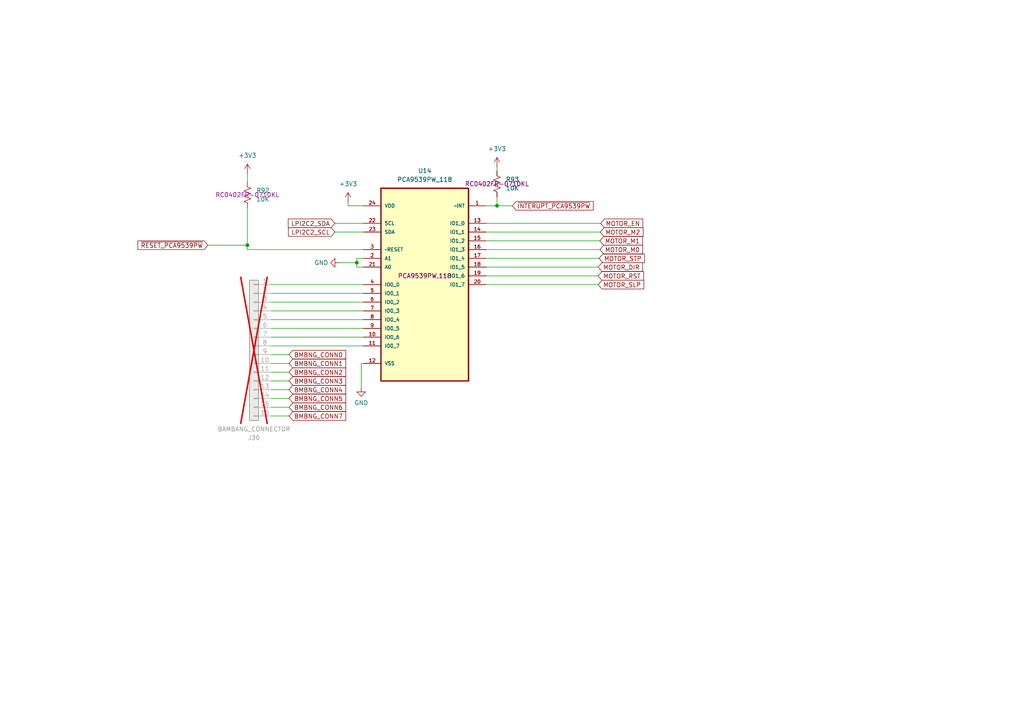
<source format=kicad_sch>
(kicad_sch (version 20250114) (generator "eeschema") (generator_version "9.0")
  (paper "A4")
  (lib_symbols
    (symbol "Connector_Generic:Conn_01x16" (pin_names (offset 1.016) (hide yes))
      (property "Reference" "J" (at 0 20.32 0))
      (property "Value" "Conn_01x16" (at 0 -22.86 0))
      (symbol "Conn_01x16_1_1"
        (rectangle (start -1.27 19.05) (end 1.27 -21.59) (stroke (width 0.254)) (fill (type background)))
        (rectangle (start -1.27 17.907) (end 0 17.653) (stroke (width 0.1524)))
        (rectangle (start -1.27 15.367) (end 0 15.113) (stroke (width 0.1524)))
        (rectangle (start -1.27 12.827) (end 0 12.573) (stroke (width 0.1524)))
        (rectangle (start -1.27 10.287) (end 0 10.033) (stroke (width 0.1524)))
        (rectangle (start -1.27 7.747) (end 0 7.493) (stroke (width 0.1524)))
        (rectangle (start -1.27 5.207) (end 0 4.953) (stroke (width 0.1524)))
        (rectangle (start -1.27 2.667) (end 0 2.413) (stroke (width 0.1524)))
        (rectangle (start -1.27 0.127) (end 0 -0.127) (stroke (width 0.1524)))
        (rectangle (start -1.27 -2.413) (end 0 -2.667) (stroke (width 0.1524)))
        (rectangle (start -1.27 -4.953) (end 0 -5.207) (stroke (width 0.1524)))
        (rectangle (start -1.27 -7.493) (end 0 -7.747) (stroke (width 0.1524)))
        (rectangle (start -1.27 -10.033) (end 0 -10.287) (stroke (width 0.1524)))
        (rectangle (start -1.27 -12.573) (end 0 -12.827) (stroke (width 0.1524)))
        (rectangle (start -1.27 -15.113) (end 0 -15.367) (stroke (width 0.1524)))
        (rectangle (start -1.27 -17.653) (end 0 -17.907) (stroke (width 0.1524)))
        (rectangle (start -1.27 -20.193) (end 0 -20.447) (stroke (width 0.1524)))
        (pin passive line (at -5.08 17.78 0) (length 3.81) (name "Pin_1") (number "1"))
        (pin passive line (at -5.08 15.24 0) (length 3.81) (name "Pin_2") (number "2"))
        (pin passive line (at -5.08 12.7 0) (length 3.81) (name "Pin_3") (number "3"))
        (pin passive line (at -5.08 10.16 0) (length 3.81) (name "Pin_4") (number "4"))
        (pin passive line (at -5.08 7.62 0) (length 3.81) (name "Pin_5") (number "5"))
        (pin passive line (at -5.08 5.08 0) (length 3.81) (name "Pin_6") (number "6"))
        (pin passive line (at -5.08 2.54 0) (length 3.81) (name "Pin_7") (number "7"))
        (pin passive line (at -5.08 0 0) (length 3.81) (name "Pin_8") (number "8"))
        (pin passive line (at -5.08 -2.54 0) (length 3.81) (name "Pin_9") (number "9"))
        (pin passive line (at -5.08 -5.08 0) (length 3.81) (name "Pin_10") (number "10"))
        (pin passive line (at -5.08 -7.62 0) (length 3.81) (name "Pin_11") (number "11"))
        (pin passive line (at -5.08 -10.16 0) (length 3.81) (name "Pin_12") (number "12"))
        (pin passive line (at -5.08 -12.7 0) (length 3.81) (name "Pin_13") (number "13"))
        (pin passive line (at -5.08 -15.24 0) (length 3.81) (name "Pin_14") (number "14"))
        (pin passive line (at -5.08 -17.78 0) (length 3.81) (name "Pin_15") (number "15"))
        (pin passive line (at -5.08 -20.32 0) (length 3.81) (name "Pin_16") (number "16"))
      )
    )
    (symbol "Device:R_US" (pin_numbers (hide yes)) (pin_names (offset 0))
      (property "Reference" "R" (at 2.54 0 90))
      (property "Value" "R_US" (at -2.54 0 90))
      (symbol "R_US_0_1"
        (polyline (pts (xy 0 2.286) (xy 0 2.54)))
        (polyline (pts (xy 0 2.286) (xy 1.016 1.905) (xy 0 1.524) (xy -1.016 1.143) (xy 0 0.762)))
        (polyline (pts (xy 0 0.762) (xy 1.016 0.381) (xy 0 0) (xy -1.016 -0.381) (xy 0 -0.762)))
        (polyline (pts (xy 0 -0.762) (xy 1.016 -1.143) (xy 0 -1.524) (xy -1.016 -1.905) (xy 0 -2.286)))
        (polyline (pts (xy 0 -2.286) (xy 0 -2.54)))
      )
      (symbol "R_US_1_1"
        (pin passive line (at 0 3.81 270) (length 1.27) (name "~") (number "1"))
        (pin passive line (at 0 -3.81 90) (length 1.27) (name "~") (number "2"))
      )
    )
    (symbol "PCA9539PW_118:PCA9539PW_118" (pin_names (offset 1.016))
      (property "Reference" "U" (at -5.4865 28.2199 0))
      (property "Value" "PCA9539PW_118" (at -3.3818 -34.86 0))
      (symbol "PCA9539PW_118_0_0"
        (rectangle (start -12.7 -30.48) (end 12.7 25.4) (stroke (width 0.4064)) (fill (type background)))
        (pin power_in line (at -17.78 20.32 0) (length 5.08) (name "VDD") (number "24"))
        (pin input line (at -17.78 15.24 0) (length 5.08) (name "SCL") (number "22"))
        (pin bidirectional line (at -17.78 12.7 0) (length 5.08) (name "SDA") (number "23"))
        (pin input line (at -17.78 7.62 0) (length 5.08) (name "~RESET") (number "3"))
        (pin input line (at -17.78 5.08 0) (length 5.08) (name "A1") (number "2"))
        (pin input line (at -17.78 2.54 0) (length 5.08) (name "A0") (number "21"))
        (pin bidirectional line (at -17.78 -2.54 0) (length 5.08) (name "IO0_0") (number "4"))
        (pin bidirectional line (at -17.78 -5.08 0) (length 5.08) (name "IO0_1") (number "5"))
        (pin bidirectional line (at -17.78 -7.62 0) (length 5.08) (name "IO0_2") (number "6"))
        (pin bidirectional line (at -17.78 -10.16 0) (length 5.08) (name "IO0_3") (number "7"))
        (pin bidirectional line (at -17.78 -12.7 0) (length 5.08) (name "IO0_4") (number "8"))
        (pin bidirectional line (at -17.78 -15.24 0) (length 5.08) (name "IO0_5") (number "9"))
        (pin bidirectional line (at -17.78 -17.78 0) (length 5.08) (name "IO0_6") (number "10"))
        (pin bidirectional line (at -17.78 -20.32 0) (length 5.08) (name "IO0_7") (number "11"))
        (pin passive line (at -17.78 -25.4 0) (length 5.08) (name "VSS") (number "12"))
        (pin output line (at 17.78 20.32 180) (length 5.08) (name "~INT") (number "1"))
        (pin bidirectional line (at 17.78 15.24 180) (length 5.08) (name "IO1_0") (number "13"))
        (pin bidirectional line (at 17.78 12.7 180) (length 5.08) (name "IO1_1") (number "14"))
        (pin bidirectional line (at 17.78 10.16 180) (length 5.08) (name "IO1_2") (number "15"))
        (pin bidirectional line (at 17.78 7.62 180) (length 5.08) (name "IO1_3") (number "16"))
        (pin bidirectional line (at 17.78 5.08 180) (length 5.08) (name "IO1_4") (number "17"))
        (pin bidirectional line (at 17.78 2.54 180) (length 5.08) (name "IO1_5") (number "18"))
        (pin bidirectional line (at 17.78 0 180) (length 5.08) (name "IO1_6") (number "19"))
        (pin bidirectional line (at 17.78 -2.54 180) (length 5.08) (name "IO1_7") (number "20"))
      )
    )
    (symbol "power:+3V3" (power) (pin_numbers (hide yes)) (pin_names (offset 0) (hide yes))
      (property "Value" "+3V3" (at 0 3.556 0))
      (symbol "+3V3_0_1"
        (polyline (pts (xy -0.762 1.27) (xy 0 2.54)))
        (polyline (pts (xy 0 2.54) (xy 0.762 1.27)))
        (polyline (pts (xy 0 0) (xy 0 2.54)))
      )
      (symbol "+3V3_1_1"
        (pin power_in line (at 0 0 90) (length 0) (name "~") (number "1"))
      )
    )
    (symbol "power:GND" (power) (pin_numbers (hide yes)) (pin_names (offset 0) (hide yes))
      (property "Value" "GND" (at 0 -3.81 0))
      (symbol "GND_0_1"
        (polyline (pts (xy 0 0) (xy 0 -1.27) (xy 1.27 -1.27) (xy 0 -2.54) (xy -1.27 -1.27) (xy 0 -1.27)))
      )
      (symbol "GND_1_1"
        (pin power_in line (at 0 0 270) (length 0) (name "~") (number "1"))
      )
    )
  )
  (junction (at 103.4973 76.2))
  (junction (at 71.755 71.12))
  (junction (at 144.145 59.69))
  (wire (pts (xy 78.74 100.33) (xy 105.41 100.33)))
  (wire (pts (xy 78.74 82.55) (xy 105.41 82.55)))
  (wire (pts (xy 97.155 67.31) (xy 105.41 67.31)))
  (wire (pts (xy 140.97 64.77) (xy 174.2153 64.77)))
  (wire (pts (xy 144.145 48.26) (xy 144.145 49.53)))
  (wire (pts (xy 140.97 74.93) (xy 173.736 74.93)))
  (wire (pts (xy 78.74 118.11) (xy 83.82 118.11)))
  (wire (pts (xy 105.41 72.39) (xy 71.755 72.39)))
  (wire (pts (xy 60.325 71.12) (xy 71.755 71.12)))
  (wire (pts (xy 140.97 72.39) (xy 173.99 72.39)))
  (wire (pts (xy 140.97 77.47) (xy 173.482 77.47)))
  (wire (pts (xy 104.775 105.41) (xy 104.775 112.395)))
  (wire (pts (xy 105.41 74.93) (xy 103.4973 74.93)))
  (wire (pts (xy 100.965 58.42) (xy 100.965 59.69)))
  (wire (pts (xy 140.97 69.85) (xy 173.99 69.85)))
  (wire (pts (xy 78.74 97.79) (xy 105.41 97.79)))
  (wire (pts (xy 71.755 72.39) (xy 71.755 71.12)))
  (wire (pts (xy 71.755 71.12) (xy 71.755 60.325)))
  (wire (pts (xy 105.41 105.41) (xy 104.775 105.41)))
  (wire (pts (xy 71.755 50.165) (xy 71.755 52.705)))
  (wire (pts (xy 140.97 82.55) (xy 173.482 82.55)))
  (wire (pts (xy 103.4973 77.47) (xy 105.41 77.47)))
  (wire (pts (xy 103.4973 74.93) (xy 103.4973 76.2)))
  (wire (pts (xy 78.74 92.71) (xy 105.41 92.71)))
  (wire (pts (xy 97.155 64.77) (xy 105.41 64.77)))
  (wire (pts (xy 140.97 67.31) (xy 174.1081 67.31)))
  (wire (pts (xy 144.145 59.69) (xy 148.59 59.69)))
  (wire (pts (xy 100.965 59.69) (xy 105.41 59.69)))
  (wire (pts (xy 78.74 102.87) (xy 83.82 102.87)))
  (wire (pts (xy 140.97 59.69) (xy 144.145 59.69)))
  (wire (pts (xy 78.74 90.17) (xy 105.41 90.17)))
  (wire (pts (xy 78.74 87.63) (xy 105.41 87.63)))
  (wire (pts (xy 78.74 110.49) (xy 83.82 110.49)))
  (wire (pts (xy 140.97 80.01) (xy 173.482 80.01)))
  (wire (pts (xy 103.4973 76.2) (xy 103.4973 77.47)))
  (wire (pts (xy 78.74 120.65) (xy 83.82 120.65)))
  (wire (pts (xy 78.74 107.95) (xy 83.82 107.95)))
  (wire (pts (xy 98.425 76.2) (xy 103.4973 76.2)))
  (wire (pts (xy 78.74 113.03) (xy 83.82 113.03)))
  (wire (pts (xy 78.74 105.41) (xy 83.82 105.41)))
  (wire (pts (xy 78.74 85.09) (xy 105.41 85.09)))
  (wire (pts (xy 144.145 57.15) (xy 144.145 59.69)))
  (wire (pts (xy 78.74 95.25) (xy 105.41 95.25)))
  (wire (pts (xy 78.74 115.57) (xy 83.82 115.57)))
  (global_label "BMBNG_CONN7" (shape input) (at 83.82 120.65 0) (property "Intersheetrefs" "${INTERSHEET_REFS}" (effects (hide yes))))
  (global_label "MOTOR_STP" (shape input) (at 173.736 74.93 0) (property "Intersheetrefs" "${INTERSHEET_REFS}" (effects (hide yes))))
  (global_label "BMBNG_CONN2" (shape input) (at 83.82 107.95 0) (property "Intersheetrefs" "${INTERSHEET_REFS}" (effects (hide yes))))
  (global_label "MOTOR_M1" (shape input) (at 173.99 69.85 0) (property "Intersheetrefs" "${INTERSHEET_REFS}" (effects (hide yes))))
  (global_label "~{INTERUPT_PCA9539PW}" (shape input) (at 148.59 59.69 0) (property "Intersheetrefs" "${INTERSHEET_REFS}" (effects (hide yes))))
  (global_label "BMBNG_CONN5" (shape input) (at 83.82 115.57 0) (property "Intersheetrefs" "${INTERSHEET_REFS}" (effects (hide yes))))
  (global_label "BMBNG_CONN0" (shape input) (at 83.82 102.87 0) (property "Intersheetrefs" "${INTERSHEET_REFS}" (effects (hide yes))))
  (global_label "BMBNG_CONN4" (shape input) (at 83.82 113.03 0) (property "Intersheetrefs" "${INTERSHEET_REFS}" (effects (hide yes))))
  (global_label "MOTOR_M0" (shape input) (at 173.99 72.39 0) (property "Intersheetrefs" "${INTERSHEET_REFS}" (effects (hide yes))))
  (global_label "BMBNG_CONN6" (shape input) (at 83.82 118.11 0) (property "Intersheetrefs" "${INTERSHEET_REFS}" (effects (hide yes))))
  (global_label "~{RESET_PCA9539PW}" (shape input) (at 60.325 71.12 180) (property "Intersheetrefs" "${INTERSHEET_REFS}" (effects (hide yes))))
  (global_label "LPI2C2_SCL" (shape input) (at 97.155 67.31 180) (property "Intersheetrefs" "${INTERSHEET_REFS}" (effects (hide yes))))
  (global_label "BMBNG_CONN1" (shape input) (at 83.82 105.41 0) (property "Intersheetrefs" "${INTERSHEET_REFS}" (effects (hide yes))))
  (global_label "MOTOR_DIR" (shape input) (at 173.482 77.47 0) (property "Intersheetrefs" "${INTERSHEET_REFS}" (effects (hide yes))))
  (global_label "LPI2C2_SDA" (shape input) (at 97.155 64.77 180) (property "Intersheetrefs" "${INTERSHEET_REFS}" (effects (hide yes))))
  (global_label "MOTOR_M2" (shape input) (at 174.1081 67.31 0) (property "Intersheetrefs" "${INTERSHEET_REFS}" (effects (hide yes))))
  (global_label "MOTOR_SLP" (shape input) (at 173.482 82.55 0) (property "Intersheetrefs" "${INTERSHEET_REFS}" (effects (hide yes))))
  (global_label "BMBNG_CONN3" (shape input) (at 83.82 110.49 0) (property "Intersheetrefs" "${INTERSHEET_REFS}" (effects (hide yes))))
  (global_label "MOTOR_EN" (shape input) (at 174.2153 64.77 0) (property "Intersheetrefs" "${INTERSHEET_REFS}" (effects (hide yes))))
  (global_label "MOTOR_RST" (shape input) (at 173.482 80.01 0) (property "Intersheetrefs" "${INTERSHEET_REFS}" (effects (hide yes))))
  (symbol (lib_id "power:GND") (at 98.425 76.2 270) (unit 1)
    (property "Reference" "#PWR0142" (effects (hide yes)))
    (property "Value" "GND" (at 95.25 76.1999 90) (effects (justify right)))
    (property "Description" "Power symbol creates a global label with name \"GND\" , ground" (effects (hide yes)))
  )
  (symbol (lib_id "power:GND") (at 104.775 112.395 0) (unit 1)
    (property "Reference" "#PWR0144" (effects (hide yes)))
    (property "Value" "GND" (at 104.775 116.84 0))
    (property "Description" "Power symbol creates a global label with name \"GND\" , ground" (effects (hide yes)))
  )
  (symbol (lib_id "Device:R_US") (at 144.145 53.34 0) (unit 1)
    (property "Reference" "R93" (at 146.685 52.0699 0) (effects (justify left)))
    (property "Value" "10K" (at 146.685 54.6099 0) (effects (justify left)))
    (property "Footprint" "Resistor_SMD:R_0402_1005Metric" (effects (hide yes)))
    (property "Description" "Resistor, US symbol" (effects (hide yes)))
    (property "Manufacturer_Part_Number" "RC0402FR-0710KL" (at 144.145 53.34 0))
  )
  (symbol (lib_id "Connector_Generic:Conn_01x16") (at 73.66 100.33 0) (mirror y) (unit 1) (dnp yes)
    (property "Reference" "J30" (at 73.66 127 0))
    (property "Value" "BAMBANG_CONNECTOR" (at 73.66 124.46 0))
    (property "Footprint" "Connector_PinHeader_2.54mm:PinHeader_1x16_P2.54mm_Vertical" (effects (hide yes)))
    (property "Description" "Generic connector, single row, 01x16, script generated (kicad-library-utils/schlib/autogen/connector/)" (effects (hide yes)))
  )
  (symbol (lib_id "power:+3V3") (at 100.965 58.42 0) (unit 1)
    (property "Reference" "#PWR0143" (effects (hide yes)))
    (property "Value" "+3V3" (at 100.965 53.34 0))
    (property "Description" "Power symbol creates a global label with name \"+3V3\"" (effects (hide yes)))
  )
  (symbol (lib_id "power:+3V3") (at 144.145 48.26 0) (unit 1)
    (property "Reference" "#PWR0145" (effects (hide yes)))
    (property "Value" "+3V3" (at 144.145 43.18 0))
    (property "Description" "Power symbol creates a global label with name \"+3V3\"" (effects (hide yes)))
  )
  (symbol (lib_id "power:+3V3") (at 71.755 50.165 0) (unit 1)
    (property "Reference" "#PWR0141" (effects (hide yes)))
    (property "Value" "+3V3" (at 71.755 45.085 0))
    (property "Description" "Power symbol creates a global label with name \"+3V3\"" (effects (hide yes)))
  )
  (symbol (lib_id "PCA9539PW_118:PCA9539PW_118") (at 123.19 80.01 0) (unit 1)
    (property "Reference" "U14" (at 123.19 49.53 0))
    (property "Value" "PCA9539PW_118" (at 123.19 52.07 0))
    (property "Footprint" "footprints:SOP65P640X110-24N" (effects (hide yes)))
    (property "MF" "NXP Semiconductors" (effects (hide yes)))
    (property "Description_1" "I/O Expander 16 I2C, SMBus 400 kHz 24-TSSOP" (effects (hide yes)))
    (property "PACKAGE" "TSSOP-24" (effects (hide yes)))
    (property "MPN" "PCA9539PW,118" (effects (hide yes)))
    (property "Price" "None" (effects (hide yes)))
    (property "Package" "TSSOP-24 NXP Semiconductors" (effects (hide yes)))
    (property "OC_FARNELL" "1831205" (effects (hide yes)))
    (property "SnapEDA_Link" "https://www.snapeda.com/parts/PCA9539PW,118/NXP+Semiconductors/view-part/?ref=snap" (effects (hide yes)))
    (property "MP" "PCA9539PW,118" (effects (hide yes)))
    (property "SUPPLIER" "NXP" (effects (hide yes)))
    (property "OC_NEWARK" "70R6557" (effects (hide yes)))
    (property "Availability" "In Stock" (effects (hide yes)))
    (property "Check_prices" "https://www.snapeda.com/parts/PCA9539PW,118/NXP+Semiconductors/view-part/?ref=eda" (effects (hide yes)))
    (property "Manufacturer_Part_Number" "PCA9539PW,118" (at 123.19 80.01 0))
  )
  (symbol (lib_id "Device:R_US") (at 71.755 56.515 0) (unit 1)
    (property "Reference" "R92" (at 74.295 55.2449 0) (effects (justify left)))
    (property "Value" "10K" (at 74.295 57.7849 0) (effects (justify left)))
    (property "Footprint" "Resistor_SMD:R_0402_1005Metric" (effects (hide yes)))
    (property "Description" "Resistor, US symbol" (effects (hide yes)))
    (property "Manufacturer_Part_Number" "RC0402FR-0710KL" (at 71.755 56.515 0))
  )
)
</source>
